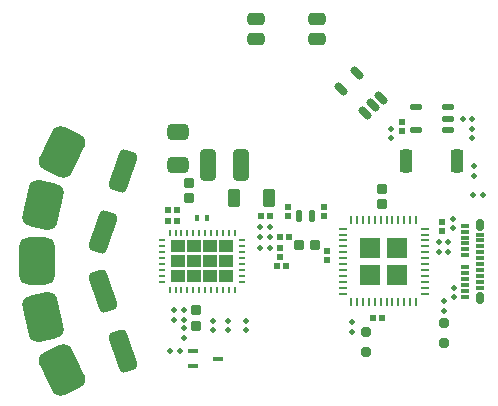
<source format=gtp>
G04*
G04 #@! TF.GenerationSoftware,Altium Limited,Altium Designer,21.5.1 (32)*
G04*
G04 Layer_Color=8421504*
%FSLAX25Y25*%
%MOIN*%
G70*
G04*
G04 #@! TF.SameCoordinates,9F226A22-D70E-441E-867E-09538FDFB880*
G04*
G04*
G04 #@! TF.FilePolarity,Positive*
G04*
G01*
G75*
%ADD15R,0.06536X0.06536*%
%ADD16R,0.04528X0.04134*%
G04:AMPARAMS|DCode=17|XSize=39.37mil|YSize=27.56mil|CornerRadius=6.89mil|HoleSize=0mil|Usage=FLASHONLY|Rotation=90.000|XOffset=0mil|YOffset=0mil|HoleType=Round|Shape=RoundedRectangle|*
%AMROUNDEDRECTD17*
21,1,0.03937,0.01378,0,0,90.0*
21,1,0.02559,0.02756,0,0,90.0*
1,1,0.01378,0.00689,0.01280*
1,1,0.01378,0.00689,-0.01280*
1,1,0.01378,-0.00689,-0.01280*
1,1,0.01378,-0.00689,0.01280*
%
%ADD17ROUNDEDRECTD17*%
G04:AMPARAMS|DCode=18|XSize=11.81mil|YSize=27.56mil|CornerRadius=2.95mil|HoleSize=0mil|Usage=FLASHONLY|Rotation=90.000|XOffset=0mil|YOffset=0mil|HoleType=Round|Shape=RoundedRectangle|*
%AMROUNDEDRECTD18*
21,1,0.01181,0.02165,0,0,90.0*
21,1,0.00591,0.02756,0,0,90.0*
1,1,0.00591,0.01083,0.00295*
1,1,0.00591,0.01083,-0.00295*
1,1,0.00591,-0.01083,-0.00295*
1,1,0.00591,-0.01083,0.00295*
%
%ADD18ROUNDEDRECTD18*%
G04:AMPARAMS|DCode=19|XSize=35.43mil|YSize=33.47mil|CornerRadius=8.37mil|HoleSize=0mil|Usage=FLASHONLY|Rotation=180.000|XOffset=0mil|YOffset=0mil|HoleType=Round|Shape=RoundedRectangle|*
%AMROUNDEDRECTD19*
21,1,0.03543,0.01673,0,0,180.0*
21,1,0.01870,0.03347,0,0,180.0*
1,1,0.01673,-0.00935,0.00837*
1,1,0.01673,0.00935,0.00837*
1,1,0.01673,0.00935,-0.00837*
1,1,0.01673,-0.00935,-0.00837*
%
%ADD19ROUNDEDRECTD19*%
G04:AMPARAMS|DCode=20|XSize=21.26mil|YSize=22.84mil|CornerRadius=5.32mil|HoleSize=0mil|Usage=FLASHONLY|Rotation=0.000|XOffset=0mil|YOffset=0mil|HoleType=Round|Shape=RoundedRectangle|*
%AMROUNDEDRECTD20*
21,1,0.02126,0.01221,0,0,0.0*
21,1,0.01063,0.02284,0,0,0.0*
1,1,0.01063,0.00532,-0.00610*
1,1,0.01063,-0.00532,-0.00610*
1,1,0.01063,-0.00532,0.00610*
1,1,0.01063,0.00532,0.00610*
%
%ADD20ROUNDEDRECTD20*%
G04:AMPARAMS|DCode=21|XSize=21.26mil|YSize=22.84mil|CornerRadius=5.32mil|HoleSize=0mil|Usage=FLASHONLY|Rotation=270.000|XOffset=0mil|YOffset=0mil|HoleType=Round|Shape=RoundedRectangle|*
%AMROUNDEDRECTD21*
21,1,0.02126,0.01221,0,0,270.0*
21,1,0.01063,0.02284,0,0,270.0*
1,1,0.01063,-0.00610,-0.00532*
1,1,0.01063,-0.00610,0.00532*
1,1,0.01063,0.00610,0.00532*
1,1,0.01063,0.00610,-0.00532*
%
%ADD21ROUNDEDRECTD21*%
G04:AMPARAMS|DCode=22|XSize=35.43mil|YSize=33.47mil|CornerRadius=8.37mil|HoleSize=0mil|Usage=FLASHONLY|Rotation=90.000|XOffset=0mil|YOffset=0mil|HoleType=Round|Shape=RoundedRectangle|*
%AMROUNDEDRECTD22*
21,1,0.03543,0.01673,0,0,90.0*
21,1,0.01870,0.03347,0,0,90.0*
1,1,0.01673,0.00837,0.00935*
1,1,0.01673,0.00837,-0.00935*
1,1,0.01673,-0.00837,-0.00935*
1,1,0.01673,-0.00837,0.00935*
%
%ADD22ROUNDEDRECTD22*%
G04:AMPARAMS|DCode=23|XSize=31.5mil|YSize=31.5mil|CornerRadius=7.87mil|HoleSize=0mil|Usage=FLASHONLY|Rotation=90.000|XOffset=0mil|YOffset=0mil|HoleType=Round|Shape=RoundedRectangle|*
%AMROUNDEDRECTD23*
21,1,0.03150,0.01575,0,0,90.0*
21,1,0.01575,0.03150,0,0,90.0*
1,1,0.01575,0.00787,0.00787*
1,1,0.01575,0.00787,-0.00787*
1,1,0.01575,-0.00787,-0.00787*
1,1,0.01575,-0.00787,0.00787*
%
%ADD23ROUNDEDRECTD23*%
G04:AMPARAMS|DCode=24|XSize=17.72mil|YSize=17.72mil|CornerRadius=4.43mil|HoleSize=0mil|Usage=FLASHONLY|Rotation=0.000|XOffset=0mil|YOffset=0mil|HoleType=Round|Shape=RoundedRectangle|*
%AMROUNDEDRECTD24*
21,1,0.01772,0.00886,0,0,0.0*
21,1,0.00886,0.01772,0,0,0.0*
1,1,0.00886,0.00443,-0.00443*
1,1,0.00886,-0.00443,-0.00443*
1,1,0.00886,-0.00443,0.00443*
1,1,0.00886,0.00443,0.00443*
%
%ADD24ROUNDEDRECTD24*%
G04:AMPARAMS|DCode=25|XSize=39.37mil|YSize=57.09mil|CornerRadius=9.84mil|HoleSize=0mil|Usage=FLASHONLY|Rotation=90.000|XOffset=0mil|YOffset=0mil|HoleType=Round|Shape=RoundedRectangle|*
%AMROUNDEDRECTD25*
21,1,0.03937,0.03740,0,0,90.0*
21,1,0.01968,0.05709,0,0,90.0*
1,1,0.01968,0.01870,0.00984*
1,1,0.01968,0.01870,-0.00984*
1,1,0.01968,-0.01870,-0.00984*
1,1,0.01968,-0.01870,0.00984*
%
%ADD25ROUNDEDRECTD25*%
%ADD26O,0.03300X0.00542*%
%ADD27O,0.00542X0.03300*%
G04:AMPARAMS|DCode=28|XSize=19.68mil|YSize=39.37mil|CornerRadius=4.92mil|HoleSize=0mil|Usage=FLASHONLY|Rotation=0.000|XOffset=0mil|YOffset=0mil|HoleType=Round|Shape=RoundedRectangle|*
%AMROUNDEDRECTD28*
21,1,0.01968,0.02953,0,0,0.0*
21,1,0.00984,0.03937,0,0,0.0*
1,1,0.00984,0.00492,-0.01476*
1,1,0.00984,-0.00492,-0.01476*
1,1,0.00984,-0.00492,0.01476*
1,1,0.00984,0.00492,0.01476*
%
%ADD28ROUNDEDRECTD28*%
G04:AMPARAMS|DCode=29|XSize=17.72mil|YSize=17.72mil|CornerRadius=4.43mil|HoleSize=0mil|Usage=FLASHONLY|Rotation=90.000|XOffset=0mil|YOffset=0mil|HoleType=Round|Shape=RoundedRectangle|*
%AMROUNDEDRECTD29*
21,1,0.01772,0.00886,0,0,90.0*
21,1,0.00886,0.01772,0,0,90.0*
1,1,0.00886,0.00443,0.00443*
1,1,0.00886,0.00443,-0.00443*
1,1,0.00886,-0.00443,-0.00443*
1,1,0.00886,-0.00443,0.00443*
%
%ADD29ROUNDEDRECTD29*%
%ADD30O,0.00591X0.02559*%
%ADD31O,0.02559X0.00591*%
G04:AMPARAMS|DCode=32|XSize=15.75mil|YSize=19.68mil|CornerRadius=3.94mil|HoleSize=0mil|Usage=FLASHONLY|Rotation=180.000|XOffset=0mil|YOffset=0mil|HoleType=Round|Shape=RoundedRectangle|*
%AMROUNDEDRECTD32*
21,1,0.01575,0.01181,0,0,180.0*
21,1,0.00787,0.01968,0,0,180.0*
1,1,0.00787,-0.00394,0.00591*
1,1,0.00787,0.00394,0.00591*
1,1,0.00787,0.00394,-0.00591*
1,1,0.00787,-0.00394,-0.00591*
%
%ADD32ROUNDEDRECTD32*%
G04:AMPARAMS|DCode=33|XSize=53.33mil|YSize=71.11mil|CornerRadius=13.33mil|HoleSize=0mil|Usage=FLASHONLY|Rotation=270.000|XOffset=0mil|YOffset=0mil|HoleType=Round|Shape=RoundedRectangle|*
%AMROUNDEDRECTD33*
21,1,0.05333,0.04444,0,0,270.0*
21,1,0.02667,0.07111,0,0,270.0*
1,1,0.02667,-0.02222,-0.01333*
1,1,0.02667,-0.02222,0.01333*
1,1,0.02667,0.02222,0.01333*
1,1,0.02667,0.02222,-0.01333*
%
%ADD33ROUNDEDRECTD33*%
G04:AMPARAMS|DCode=34|XSize=41.34mil|YSize=62.99mil|CornerRadius=10.34mil|HoleSize=0mil|Usage=FLASHONLY|Rotation=0.000|XOffset=0mil|YOffset=0mil|HoleType=Round|Shape=RoundedRectangle|*
%AMROUNDEDRECTD34*
21,1,0.04134,0.04232,0,0,0.0*
21,1,0.02067,0.06299,0,0,0.0*
1,1,0.02067,0.01034,-0.02116*
1,1,0.02067,-0.01034,-0.02116*
1,1,0.02067,-0.01034,0.02116*
1,1,0.02067,0.01034,0.02116*
%
%ADD34ROUNDEDRECTD34*%
G04:AMPARAMS|DCode=35|XSize=15.75mil|YSize=33.47mil|CornerRadius=3.94mil|HoleSize=0mil|Usage=FLASHONLY|Rotation=90.000|XOffset=0mil|YOffset=0mil|HoleType=Round|Shape=RoundedRectangle|*
%AMROUNDEDRECTD35*
21,1,0.01575,0.02559,0,0,90.0*
21,1,0.00787,0.03347,0,0,90.0*
1,1,0.00787,0.01280,0.00394*
1,1,0.00787,0.01280,-0.00394*
1,1,0.00787,-0.01280,-0.00394*
1,1,0.00787,-0.01280,0.00394*
%
%ADD35ROUNDEDRECTD35*%
G04:AMPARAMS|DCode=36|XSize=107.09mil|YSize=50.79mil|CornerRadius=12.7mil|HoleSize=0mil|Usage=FLASHONLY|Rotation=270.000|XOffset=0mil|YOffset=0mil|HoleType=Round|Shape=RoundedRectangle|*
%AMROUNDEDRECTD36*
21,1,0.10709,0.02539,0,0,270.0*
21,1,0.08169,0.05079,0,0,270.0*
1,1,0.02539,-0.01270,-0.04085*
1,1,0.02539,-0.01270,0.04085*
1,1,0.02539,0.01270,0.04085*
1,1,0.02539,0.01270,-0.04085*
%
%ADD36ROUNDEDRECTD36*%
G04:AMPARAMS|DCode=37|XSize=76.77mil|YSize=43.31mil|CornerRadius=10.83mil|HoleSize=0mil|Usage=FLASHONLY|Rotation=90.000|XOffset=0mil|YOffset=0mil|HoleType=Round|Shape=RoundedRectangle|*
%AMROUNDEDRECTD37*
21,1,0.07677,0.02165,0,0,90.0*
21,1,0.05512,0.04331,0,0,90.0*
1,1,0.02165,0.01083,0.02756*
1,1,0.02165,0.01083,-0.02756*
1,1,0.02165,-0.01083,-0.02756*
1,1,0.02165,-0.01083,0.02756*
%
%ADD37ROUNDEDRECTD37*%
G04:AMPARAMS|DCode=38|XSize=21.65mil|YSize=37.4mil|CornerRadius=5.41mil|HoleSize=0mil|Usage=FLASHONLY|Rotation=270.000|XOffset=0mil|YOffset=0mil|HoleType=Round|Shape=RoundedRectangle|*
%AMROUNDEDRECTD38*
21,1,0.02165,0.02657,0,0,270.0*
21,1,0.01083,0.03740,0,0,270.0*
1,1,0.01083,-0.01329,-0.00541*
1,1,0.01083,-0.01329,0.00541*
1,1,0.01083,0.01329,0.00541*
1,1,0.01083,0.01329,-0.00541*
%
%ADD38ROUNDEDRECTD38*%
G04:AMPARAMS|DCode=39|XSize=25.59mil|YSize=47.24mil|CornerRadius=6.4mil|HoleSize=0mil|Usage=FLASHONLY|Rotation=225.000|XOffset=0mil|YOffset=0mil|HoleType=Round|Shape=RoundedRectangle|*
%AMROUNDEDRECTD39*
21,1,0.02559,0.03445,0,0,225.0*
21,1,0.01280,0.04724,0,0,225.0*
1,1,0.01280,-0.01670,0.00766*
1,1,0.01280,-0.00766,0.01670*
1,1,0.01280,0.01670,-0.00766*
1,1,0.01280,0.00766,-0.01670*
%
%ADD39ROUNDEDRECTD39*%
G04:AMPARAMS|DCode=40|XSize=157.48mil|YSize=118.11mil|CornerRadius=29.53mil|HoleSize=0mil|Usage=FLASHONLY|Rotation=244.000|XOffset=0mil|YOffset=0mil|HoleType=Round|Shape=RoundedRectangle|*
%AMROUNDEDRECTD40*
21,1,0.15748,0.05906,0,0,244.0*
21,1,0.09843,0.11811,0,0,244.0*
1,1,0.05906,-0.04811,-0.03129*
1,1,0.05906,-0.00497,0.05718*
1,1,0.05906,0.04811,0.03129*
1,1,0.05906,0.00497,-0.05718*
%
%ADD40ROUNDEDRECTD40*%
G04:AMPARAMS|DCode=41|XSize=157.48mil|YSize=118.11mil|CornerRadius=29.53mil|HoleSize=0mil|Usage=FLASHONLY|Rotation=257.000|XOffset=0mil|YOffset=0mil|HoleType=Round|Shape=RoundedRectangle|*
%AMROUNDEDRECTD41*
21,1,0.15748,0.05906,0,0,257.0*
21,1,0.09843,0.11811,0,0,257.0*
1,1,0.05906,-0.03984,-0.04131*
1,1,0.05906,-0.01770,0.05459*
1,1,0.05906,0.03984,0.04131*
1,1,0.05906,0.01770,-0.05459*
%
%ADD41ROUNDEDRECTD41*%
G04:AMPARAMS|DCode=42|XSize=157.48mil|YSize=118.11mil|CornerRadius=29.53mil|HoleSize=0mil|Usage=FLASHONLY|Rotation=270.000|XOffset=0mil|YOffset=0mil|HoleType=Round|Shape=RoundedRectangle|*
%AMROUNDEDRECTD42*
21,1,0.15748,0.05906,0,0,270.0*
21,1,0.09843,0.11811,0,0,270.0*
1,1,0.05906,-0.02953,-0.04921*
1,1,0.05906,-0.02953,0.04921*
1,1,0.05906,0.02953,0.04921*
1,1,0.05906,0.02953,-0.04921*
%
%ADD42ROUNDEDRECTD42*%
G04:AMPARAMS|DCode=43|XSize=157.48mil|YSize=118.11mil|CornerRadius=29.53mil|HoleSize=0mil|Usage=FLASHONLY|Rotation=283.000|XOffset=0mil|YOffset=0mil|HoleType=Round|Shape=RoundedRectangle|*
%AMROUNDEDRECTD43*
21,1,0.15748,0.05906,0,0,283.0*
21,1,0.09843,0.11811,0,0,283.0*
1,1,0.05906,-0.01770,-0.05459*
1,1,0.05906,-0.03984,0.04131*
1,1,0.05906,0.01770,0.05459*
1,1,0.05906,0.03984,-0.04131*
%
%ADD43ROUNDEDRECTD43*%
G04:AMPARAMS|DCode=44|XSize=157.48mil|YSize=118.11mil|CornerRadius=29.53mil|HoleSize=0mil|Usage=FLASHONLY|Rotation=296.000|XOffset=0mil|YOffset=0mil|HoleType=Round|Shape=RoundedRectangle|*
%AMROUNDEDRECTD44*
21,1,0.15748,0.05906,0,0,296.0*
21,1,0.09843,0.11811,0,0,296.0*
1,1,0.05906,-0.00497,-0.05718*
1,1,0.05906,-0.04811,0.03129*
1,1,0.05906,0.00497,0.05718*
1,1,0.05906,0.04811,-0.03129*
%
%ADD44ROUNDEDRECTD44*%
G04:AMPARAMS|DCode=45|XSize=62.99mil|YSize=139.76mil|CornerRadius=15.75mil|HoleSize=0mil|Usage=FLASHONLY|Rotation=341.000|XOffset=0mil|YOffset=0mil|HoleType=Round|Shape=RoundedRectangle|*
%AMROUNDEDRECTD45*
21,1,0.06299,0.10827,0,0,341.0*
21,1,0.03150,0.13976,0,0,341.0*
1,1,0.03150,-0.00273,-0.05631*
1,1,0.03150,-0.03251,-0.04606*
1,1,0.03150,0.00273,0.05631*
1,1,0.03150,0.03251,0.04606*
%
%ADD45ROUNDEDRECTD45*%
G04:AMPARAMS|DCode=46|XSize=62.99mil|YSize=139.76mil|CornerRadius=15.75mil|HoleSize=0mil|Usage=FLASHONLY|Rotation=19.000|XOffset=0mil|YOffset=0mil|HoleType=Round|Shape=RoundedRectangle|*
%AMROUNDEDRECTD46*
21,1,0.06299,0.10827,0,0,19.0*
21,1,0.03150,0.13976,0,0,19.0*
1,1,0.03150,0.03251,-0.04606*
1,1,0.03150,0.00273,-0.05631*
1,1,0.03150,-0.03251,0.04606*
1,1,0.03150,-0.00273,0.05631*
%
%ADD46ROUNDEDRECTD46*%
D15*
X27966Y4534D02*
D03*
X37034D02*
D03*
X27966Y-4534D02*
D03*
X37034D02*
D03*
D16*
X-20027Y-4921D02*
D03*
X-20028Y-0D02*
D03*
X-20027Y4921D02*
D03*
X-25342D02*
D03*
X-25343Y-0D02*
D03*
X-25342Y-4921D02*
D03*
X-30657D02*
D03*
X-30658Y-0D02*
D03*
X-30657Y4921D02*
D03*
X-35972D02*
D03*
X-35973Y-0D02*
D03*
X-35972Y-4921D02*
D03*
D17*
X64776Y12205D02*
D03*
Y-12205D02*
D03*
D18*
Y-8858D02*
D03*
Y-6890D02*
D03*
Y-4921D02*
D03*
Y-2953D02*
D03*
Y-984D02*
D03*
Y984D02*
D03*
Y2953D02*
D03*
Y4921D02*
D03*
Y6890D02*
D03*
Y8858D02*
D03*
X59658Y11811D02*
D03*
Y9843D02*
D03*
Y7874D02*
D03*
Y5906D02*
D03*
Y3937D02*
D03*
Y1969D02*
D03*
Y-1969D02*
D03*
Y-3937D02*
D03*
Y-5906D02*
D03*
Y-7874D02*
D03*
Y-9843D02*
D03*
Y-11811D02*
D03*
D19*
X32000Y24059D02*
D03*
Y18941D02*
D03*
X-32500Y26059D02*
D03*
Y20941D02*
D03*
X-30000Y-16441D02*
D03*
Y-21559D02*
D03*
D20*
X13500Y465D02*
D03*
Y3535D02*
D03*
X52000Y13035D02*
D03*
Y9965D02*
D03*
X12500Y14965D02*
D03*
Y18035D02*
D03*
X500Y14965D02*
D03*
Y18035D02*
D03*
X-2000Y4535D02*
D03*
Y1465D02*
D03*
X38500Y43465D02*
D03*
Y46535D02*
D03*
D21*
X28965Y-19000D02*
D03*
X32035D02*
D03*
X-2035Y8000D02*
D03*
X1035D02*
D03*
X-5465Y15000D02*
D03*
X-8535D02*
D03*
X-36465Y13500D02*
D03*
X-39535D02*
D03*
X-36465Y17000D02*
D03*
X-39535D02*
D03*
X-3035Y-1500D02*
D03*
X35D02*
D03*
D22*
X9559Y5500D02*
D03*
X4441D02*
D03*
D23*
X52500Y-27248D02*
D03*
Y-20752D02*
D03*
X26500Y-30248D02*
D03*
Y-23752D02*
D03*
D24*
X52500Y-13425D02*
D03*
Y-16575D02*
D03*
X-37500Y-19575D02*
D03*
Y-16425D02*
D03*
X-13500Y-23075D02*
D03*
Y-19925D02*
D03*
X55500Y14075D02*
D03*
Y10925D02*
D03*
X56000Y-8925D02*
D03*
Y-12075D02*
D03*
X-24500Y-23075D02*
D03*
Y-19925D02*
D03*
X-19500Y-23075D02*
D03*
Y-19925D02*
D03*
X-34000Y-16425D02*
D03*
Y-19575D02*
D03*
Y-22425D02*
D03*
Y-25575D02*
D03*
X22000Y-23500D02*
D03*
Y-20350D02*
D03*
X62500Y28425D02*
D03*
Y31575D02*
D03*
X35000Y44075D02*
D03*
Y40925D02*
D03*
X62000Y44075D02*
D03*
Y40925D02*
D03*
D25*
X10138Y80847D02*
D03*
Y74154D02*
D03*
X-10138Y80847D02*
D03*
Y74154D02*
D03*
D26*
X18856Y6890D02*
D03*
Y2953D02*
D03*
Y984D02*
D03*
Y-984D02*
D03*
Y-2953D02*
D03*
Y-4921D02*
D03*
Y-6890D02*
D03*
Y-8858D02*
D03*
Y-10827D02*
D03*
X46144D02*
D03*
Y-8858D02*
D03*
Y-6890D02*
D03*
Y-4921D02*
D03*
Y-2953D02*
D03*
Y-984D02*
D03*
Y984D02*
D03*
Y2953D02*
D03*
Y4921D02*
D03*
Y6890D02*
D03*
Y8858D02*
D03*
Y10827D02*
D03*
X18856Y8858D02*
D03*
Y4921D02*
D03*
Y10827D02*
D03*
D27*
X21673Y-13644D02*
D03*
X23642D02*
D03*
X25610D02*
D03*
X27579D02*
D03*
X29547D02*
D03*
X31516D02*
D03*
X33484D02*
D03*
X35453D02*
D03*
X37421D02*
D03*
X39390D02*
D03*
X41358D02*
D03*
X43327D02*
D03*
Y13644D02*
D03*
X41358D02*
D03*
X39390D02*
D03*
X37421D02*
D03*
X35453D02*
D03*
X33484D02*
D03*
X31516D02*
D03*
X29547D02*
D03*
X27579D02*
D03*
X25610D02*
D03*
X23642D02*
D03*
X21673D02*
D03*
D28*
X4335Y15000D02*
D03*
X8665D02*
D03*
D29*
X50925Y3000D02*
D03*
X54075D02*
D03*
X50925Y6500D02*
D03*
X54075D02*
D03*
X-8575Y11500D02*
D03*
X-5425D02*
D03*
X-8575Y8000D02*
D03*
X-5425D02*
D03*
X-8575Y4500D02*
D03*
X-5425D02*
D03*
X-35425Y-30000D02*
D03*
X-38575D02*
D03*
X65575Y22000D02*
D03*
X62425D02*
D03*
X62075Y47500D02*
D03*
X58925D02*
D03*
D30*
X-17173Y9449D02*
D03*
X-19142D02*
D03*
X-21110D02*
D03*
X-23079D02*
D03*
X-25047D02*
D03*
X-27016D02*
D03*
X-28984D02*
D03*
X-30953D02*
D03*
X-32921D02*
D03*
X-34890D02*
D03*
X-36858D02*
D03*
X-38827D02*
D03*
Y-9449D02*
D03*
X-36858D02*
D03*
X-34890D02*
D03*
X-32921D02*
D03*
X-30953D02*
D03*
X-28984D02*
D03*
X-27016D02*
D03*
X-25047D02*
D03*
X-23079D02*
D03*
X-21110D02*
D03*
X-19142D02*
D03*
X-17173D02*
D03*
D31*
X-41386Y6890D02*
D03*
Y4921D02*
D03*
Y2953D02*
D03*
Y984D02*
D03*
Y-984D02*
D03*
Y-2953D02*
D03*
Y-4921D02*
D03*
Y-6890D02*
D03*
X-14614D02*
D03*
Y-4921D02*
D03*
Y-2953D02*
D03*
Y-984D02*
D03*
Y984D02*
D03*
Y2953D02*
D03*
Y4921D02*
D03*
Y6890D02*
D03*
D32*
X-26425Y14500D02*
D03*
X-29575D02*
D03*
D33*
X-36000Y42917D02*
D03*
Y32083D02*
D03*
D34*
X-5693Y21000D02*
D03*
X-17307D02*
D03*
D35*
X-31134Y-29941D02*
D03*
Y-35059D02*
D03*
X-22866Y-32500D02*
D03*
D36*
X-26032Y32000D02*
D03*
X-14968D02*
D03*
D37*
X40035Y33500D02*
D03*
X56965D02*
D03*
D38*
X53815Y43760D02*
D03*
Y47500D02*
D03*
Y51240D02*
D03*
X43185D02*
D03*
Y43760D02*
D03*
D39*
X26461Y49249D02*
D03*
X29106Y51894D02*
D03*
X31751Y54539D02*
D03*
X23539Y62751D02*
D03*
X18249Y57462D02*
D03*
D40*
X-74600Y36385D02*
D03*
D41*
X-80873Y18671D02*
D03*
D42*
X-83000Y0D02*
D03*
D43*
X-80873Y-18671D02*
D03*
D44*
X-74600Y-36385D02*
D03*
D45*
X-54216Y29910D02*
D03*
X-61137Y9809D02*
D03*
D46*
Y-9809D02*
D03*
X-54216Y-29910D02*
D03*
M02*

</source>
